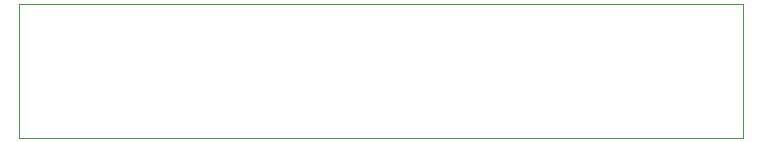
<source format=gbr>
%TF.GenerationSoftware,KiCad,Pcbnew,7.0.11-7.0.11~ubuntu22.04.1*%
%TF.CreationDate,2024-10-06T05:31:22-04:00*%
%TF.ProjectId,right_angle,72696768-745f-4616-9e67-6c652e6b6963,DEV*%
%TF.SameCoordinates,Original*%
%TF.FileFunction,Other,User*%
%FSLAX46Y46*%
G04 Gerber Fmt 4.6, Leading zero omitted, Abs format (unit mm)*
G04 Created by KiCad (PCBNEW 7.0.11-7.0.11~ubuntu22.04.1) date 2024-10-06 05:31:22*
%MOMM*%
%LPD*%
G01*
G04 APERTURE LIST*
%ADD10C,0.100000*%
G04 APERTURE END LIST*
D10*
%TO.C,J12*%
X157121600Y-136459600D02*
X95811600Y-136459600D01*
X157121600Y-125109600D02*
X157121600Y-136459600D01*
X95811600Y-136459600D02*
X95811600Y-125109600D01*
X95811600Y-125109600D02*
X157121600Y-125109600D01*
%TD*%
M02*

</source>
